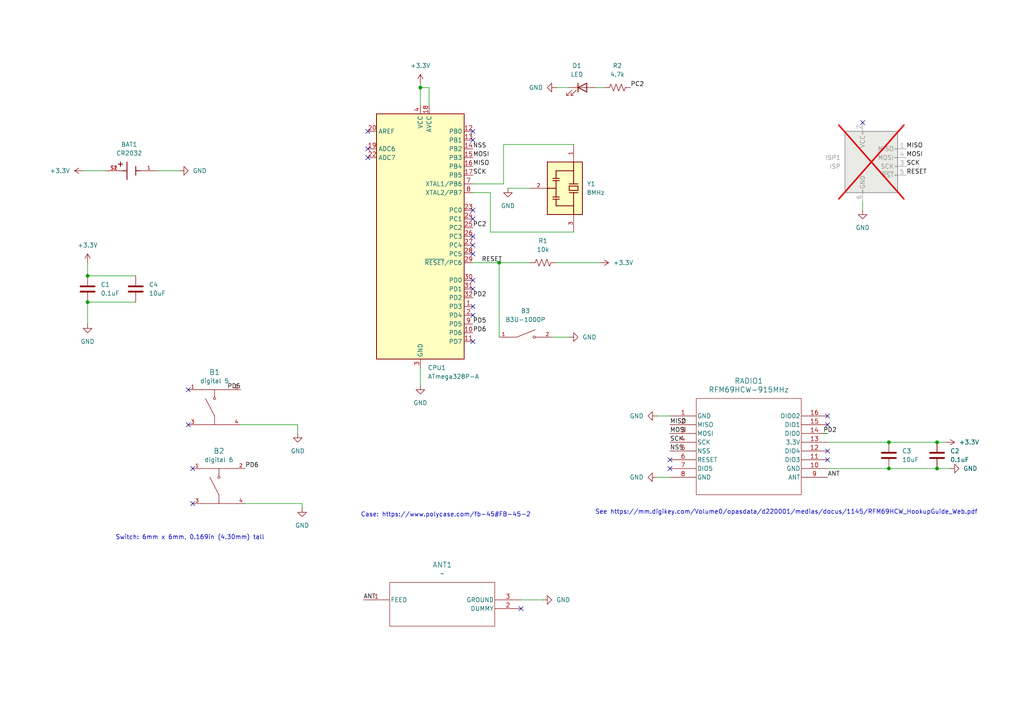
<source format=kicad_sch>
(kicad_sch (version 20250114) (generator "eeschema") (generator_version "9.0")
  (paper "A4")
  (title_block (title "Remote (LockProject 2025)") (date "2025-08-15") (rev "2"))
  (lib_symbols
    (symbol "ANTENNA_M620720:M620720" (pin_names (offset 0.254))
      (property "Reference" "C" (at 22.86 10.16 0))
      (property "Value" "M620720" (at 22.86 7.62 0))
      (symbol "M620720_0_1"
        (polyline (pts (xy 7.62 5.08) (xy 7.62 -7.62)) (stroke (width 0.127)))
        (polyline (pts (xy 7.62 -7.62) (xy 38.1 -7.62)) (stroke (width 0.127)))
        (polyline (pts (xy 38.1 5.08) (xy 7.62 5.08)) (stroke (width 0.127)))
        (polyline (pts (xy 38.1 -7.62) (xy 38.1 5.08)) (stroke (width 0.127)))
        (pin bidirectional line (at 0 0 0) (length 7.62) (name "FEED") (number "1"))
        (pin power_in line (at 45.72 0 180) (length 7.62) (name "GROUND") (number "3"))
        (pin unspecified line (at 45.72 -2.54 180) (length 7.62) (name "DUMMY") (number "2"))
      )
    )
    (symbol "BK-912:BK-912" (pin_names (offset 1.016))
      (property "Reference" "BT" (at -3.81 3.81 0))
      (property "Value" "BK-912" (at -3.81 -5.08 0))
      (symbol "BK-912_0_0"
        (polyline (pts (xy -3.81 1.905) (xy -2.54 1.905)) (stroke (width 0.254)))
        (polyline (pts (xy -3.175 2.54) (xy -3.175 1.27)) (stroke (width 0.254)))
        (polyline (pts (xy -1.27 2.54) (xy -1.27 -2.54)) (stroke (width 0.254)))
        (polyline (pts (xy -1.27 0) (xy -2.54 0)) (stroke (width 0.254)))
        (polyline (pts (xy 1.27 1.27) (xy 1.27 -1.27)) (stroke (width 0.254)))
        (polyline (pts (xy 1.27 0) (xy 2.54 0)) (stroke (width 0.254)))
        (pin power_out line (at -7.62 0 0) (length 5.08) (name "~") (number "S1"))
        (pin power_out line (at -7.62 0 0) (length 5.08) (name "~") (number "S2"))
        (pin power_out line (at 7.62 0 180) (length 5.08) (name "~") (number "1"))
      )
    )
    (symbol "BUTTON_B3U-1000P:B3U-1000P" (pin_names (offset 1.016))
      (property "Reference" "S" (at -2.54 2.54 0))
      (property "Value" "B3U-1000P" (at -2.54 -2.54 0))
      (symbol "B3U-1000P_0_0"
        (polyline (pts (xy -2.54 0) (xy -5.08 0)) (stroke (width 0.1524)))
        (polyline (pts (xy -2.54 0) (xy 2.794 2.1336)) (stroke (width 0.1524)))
        (circle (center 2.54 0) (radius 0.3302) (stroke (width 0.1524)))
        (polyline (pts (xy 5.08 0) (xy 2.921 0)) (stroke (width 0.1524)))
        (pin passive line (at -7.62 0 0) (length 2.54) (name "~") (number "1"))
        (pin passive line (at 7.62 0 180) (length 2.54) (name "~") (number "2"))
      )
    )
    (symbol "CSTNE8M00G550000R0:CSTNE8M00G550000R0" (pin_names (offset 1.016))
      (property "Reference" "Y" (at -7.62 6.35 0))
      (property "Value" "CSTNE8M00G550000R0" (at 1.27 -6.35 0))
      (symbol "CSTNE8M00G550000R0_0_0"
        (polyline (pts (xy -7.62 2.54) (xy -5.08 2.54)) (stroke (width 0.254)))
        (rectangle (start -7.62 -5.08) (end 7.62 5.08) (stroke (width 0.254)) (fill (type background)))
        (polyline (pts (xy -5.08 2.54) (xy -1.27 2.54)) (stroke (width 0.254)))
        (polyline (pts (xy -5.08 -2.54) (xy -5.08 2.54)) (stroke (width 0.254)))
        (polyline (pts (xy -2.8575 -1.5875) (xy -2.8575 -2.54)) (stroke (width 0.254)))
        (polyline (pts (xy -2.8575 -2.54) (xy -5.08 -2.54)) (stroke (width 0.254)))
        (polyline (pts (xy -2.8575 -2.54) (xy -2.8575 -3.4925)) (stroke (width 0.254)))
        (polyline (pts (xy -2.2225 -1.5875) (xy -2.2225 -2.54)) (stroke (width 0.254)))
        (polyline (pts (xy -2.2225 -2.54) (xy -2.2225 -3.4925)) (stroke (width 0.254)))
        (polyline (pts (xy -1.27 3.81) (xy -1.27 2.54)) (stroke (width 0.254)))
        (polyline (pts (xy -1.27 2.54) (xy -1.27 1.27)) (stroke (width 0.254)))
        (polyline (pts (xy -0.635 3.81) (xy 0.635 3.81)) (stroke (width 0.254)))
        (polyline (pts (xy -0.635 1.27) (xy -0.635 3.81)) (stroke (width 0.254)))
        (polyline (pts (xy 0 -2.54) (xy -2.2225 -2.54)) (stroke (width 0.254)))
        (polyline (pts (xy 0 -2.54) (xy 2.54 -2.54)) (stroke (width 0.254)))
        (polyline (pts (xy 0 -5.08) (xy 0 -2.54)) (stroke (width 0.254)))
        (polyline (pts (xy 0.635 3.81) (xy 0.635 1.27)) (stroke (width 0.254)))
        (polyline (pts (xy 0.635 1.27) (xy -0.635 1.27)) (stroke (width 0.254)))
        (polyline (pts (xy 1.27 3.81) (xy 1.27 2.54)) (stroke (width 0.254)))
        (polyline (pts (xy 1.27 2.54) (xy 1.27 1.27)) (stroke (width 0.254)))
        (polyline (pts (xy 1.27 2.54) (xy 5.08 2.54)) (stroke (width 0.254)))
        (polyline (pts (xy 2.54 -1.5875) (xy 2.54 -2.54)) (stroke (width 0.254)))
        (polyline (pts (xy 2.54 -2.54) (xy 2.54 -3.4925)) (stroke (width 0.254)))
        (polyline (pts (xy 3.175 -1.5875) (xy 3.175 -2.54)) (stroke (width 0.254)))
        (polyline (pts (xy 3.175 -2.54) (xy 3.175 -3.4925)) (stroke (width 0.254)))
        (polyline (pts (xy 3.175 -2.54) (xy 5.08 -2.54)) (stroke (width 0.254)))
        (polyline (pts (xy 5.08 2.54) (xy 7.62 2.54)) (stroke (width 0.254)))
        (polyline (pts (xy 5.08 -2.54) (xy 5.08 2.54)) (stroke (width 0.254)))
        (pin input line (at -12.7 2.54 0) (length 5.08) (name "~") (number "1"))
        (pin power_in line (at 0 -10.16 90) (length 5.08) (name "~") (number "2"))
        (pin output line (at 12.7 2.54 180) (length 5.08) (name "~") (number "3"))
      )
    )
    (symbol "Connector:AVR-ISP-6" (pin_names (offset 1.016))
      (property "Reference" "J" (at -6.35 11.43 0))
      (property "Value" "AVR-ISP-6" (at 0 11.43 0))
      (symbol "AVR-ISP-6_0_1"
        (rectangle (start -2.667 10.16) (end -2.413 9.398))
        (rectangle (start -2.667 -6.858) (end -2.413 -7.62))
        (rectangle (start 7.62 10.16) (end -7.62 -7.62) (stroke (width 0.254)) (fill (type background)))
        (rectangle (start 7.62 5.207) (end 6.858 4.953))
        (rectangle (start 7.62 2.667) (end 6.858 2.413))
        (rectangle (start 7.62 0.127) (end 6.858 -0.127))
        (rectangle (start 7.62 -2.413) (end 6.858 -2.667))
      )
      (symbol "AVR-ISP-6_1_1"
        (pin passive line (at -2.54 12.7 270) (length 2.54) (name "VCC") (number "2"))
        (pin passive line (at -2.54 -10.16 90) (length 2.54) (name "GND") (number "6"))
        (pin passive line (at 10.16 5.08 180) (length 2.54) (name "MISO") (number "1"))
        (pin passive line (at 10.16 2.54 180) (length 2.54) (name "MOSI") (number "4"))
        (pin passive line (at 10.16 0 180) (length 2.54) (name "SCK") (number "3"))
        (pin passive line (at 10.16 -2.54 180) (length 2.54) (name "~{RST}") (number "5"))
      )
    )
    (symbol "Device:C" (pin_numbers (hide yes)) (pin_names (offset 0.254))
      (property "Reference" "C" (at 0.635 2.54 0))
      (property "Value" "C" (at 0.635 -2.54 0))
      (symbol "C_0_1"
        (polyline (pts (xy -2.032 0.762) (xy 2.032 0.762)) (stroke (width 0.508)))
        (polyline (pts (xy -2.032 -0.762) (xy 2.032 -0.762)) (stroke (width 0.508)))
      )
      (symbol "C_1_1"
        (pin passive line (at 0 3.81 270) (length 2.794) (name "~") (number "1"))
        (pin passive line (at 0 -3.81 90) (length 2.794) (name "~") (number "2"))
      )
    )
    (symbol "Device:LED" (pin_numbers (hide yes)) (pin_names (offset 1.016) (hide yes))
      (property "Reference" "D" (at 0 2.54 0))
      (property "Value" "LED" (at 0 -2.54 0))
      (symbol "LED_0_1"
        (polyline (pts (xy -3.048 -0.762) (xy -4.572 -2.286) (xy -3.81 -2.286) (xy -4.572 -2.286) (xy -4.572 -1.524)))
        (polyline (pts (xy -1.778 -0.762) (xy -3.302 -2.286) (xy -2.54 -2.286) (xy -3.302 -2.286) (xy -3.302 -1.524)))
        (polyline (pts (xy -1.27 0) (xy 1.27 0)))
        (polyline (pts (xy -1.27 -1.27) (xy -1.27 1.27)) (stroke (width 0.254)))
        (polyline (pts (xy 1.27 -1.27) (xy 1.27 1.27) (xy -1.27 0) (xy 1.27 -1.27)) (stroke (width 0.254)))
      )
      (symbol "LED_1_1"
        (pin passive line (at -3.81 0 0) (length 2.54) (name "K") (number "1"))
        (pin passive line (at 3.81 0 180) (length 2.54) (name "A") (number "2"))
      )
    )
    (symbol "Device:R_US" (pin_numbers (hide yes)) (pin_names (offset 0))
      (property "Reference" "R" (at 2.54 0 90))
      (property "Value" "R_US" (at -2.54 0 90))
      (symbol "R_US_0_1"
        (polyline (pts (xy 0 2.286) (xy 0 2.54)))
        (polyline (pts (xy 0 2.286) (xy 1.016 1.905) (xy 0 1.524) (xy -1.016 1.143) (xy 0 0.762)))
        (polyline (pts (xy 0 0.762) (xy 1.016 0.381) (xy 0 0) (xy -1.016 -0.381) (xy 0 -0.762)))
        (polyline (pts (xy 0 -0.762) (xy 1.016 -1.143) (xy 0 -1.524) (xy -1.016 -1.905) (xy 0 -2.286)))
        (polyline (pts (xy 0 -2.286) (xy 0 -2.54)))
      )
      (symbol "R_US_1_1"
        (pin passive line (at 0 3.81 270) (length 1.27) (name "~") (number "1"))
        (pin passive line (at 0 -3.81 90) (length 1.27) (name "~") (number "2"))
      )
    )
    (symbol "MCU_Microchip_ATmega:ATmega328P-A"
      (property "Reference" "U" (at -12.7 36.83 0))
      (property "Value" "ATmega328P-A" (at 2.54 -36.83 0))
      (symbol "ATmega328P-A_0_1"
        (rectangle (start -12.7 -35.56) (end 12.7 35.56) (stroke (width 0.254)) (fill (type background)))
      )
      (symbol "ATmega328P-A_1_1"
        (pin passive line (at -15.24 30.48 0) (length 2.54) (name "AREF") (number "20"))
        (pin input line (at -15.24 25.4 0) (length 2.54) (name "ADC6") (number "19"))
        (pin input line (at -15.24 22.86 0) (length 2.54) (name "ADC7") (number "22"))
        (pin power_in line (at 0 38.1 270) (length 2.54) (name "VCC") (number "4"))
        (pin passive line (at 0 38.1 270) (length 2.54) (hide yes) (name "VCC") (number "6"))
        (pin passive line (at 0 -38.1 90) (length 2.54) (hide yes) (name "GND") (number "21"))
        (pin power_in line (at 0 -38.1 90) (length 2.54) (name "GND") (number "3"))
        (pin passive line (at 0 -38.1 90) (length 2.54) (hide yes) (name "GND") (number "5"))
        (pin power_in line (at 2.54 38.1 270) (length 2.54) (name "AVCC") (number "18"))
        (pin bidirectional line (at 15.24 30.48 180) (length 2.54) (name "PB0") (number "12"))
        (pin bidirectional line (at 15.24 27.94 180) (length 2.54) (name "PB1") (number "13"))
        (pin bidirectional line (at 15.24 25.4 180) (length 2.54) (name "PB2") (number "14"))
        (pin bidirectional line (at 15.24 22.86 180) (length 2.54) (name "PB3") (number "15"))
        (pin bidirectional line (at 15.24 20.32 180) (length 2.54) (name "PB4") (number "16"))
        (pin bidirectional line (at 15.24 17.78 180) (length 2.54) (name "PB5") (number "17"))
        (pin bidirectional line (at 15.24 15.24 180) (length 2.54) (name "XTAL1/PB6") (number "7"))
        (pin bidirectional line (at 15.24 12.7 180) (length 2.54) (name "XTAL2/PB7") (number "8"))
        (pin bidirectional line (at 15.24 7.62 180) (length 2.54) (name "PC0") (number "23"))
        (pin bidirectional line (at 15.24 5.08 180) (length 2.54) (name "PC1") (number "24"))
        (pin bidirectional line (at 15.24 2.54 180) (length 2.54) (name "PC2") (number "25"))
        (pin bidirectional line (at 15.24 0 180) (length 2.54) (name "PC3") (number "26"))
        (pin bidirectional line (at 15.24 -2.54 180) (length 2.54) (name "PC4") (number "27"))
        (pin bidirectional line (at 15.24 -5.08 180) (length 2.54) (name "PC5") (number "28"))
        (pin bidirectional line (at 15.24 -7.62 180) (length 2.54) (name "~{RESET}/PC6") (number "29"))
        (pin bidirectional line (at 15.24 -12.7 180) (length 2.54) (name "PD0") (number "30"))
        (pin bidirectional line (at 15.24 -15.24 180) (length 2.54) (name "PD1") (number "31"))
        (pin bidirectional line (at 15.24 -17.78 180) (length 2.54) (name "PD2") (number "32"))
        (pin bidirectional line (at 15.24 -20.32 180) (length 2.54) (name "PD3") (number "1"))
        (pin bidirectional line (at 15.24 -22.86 180) (length 2.54) (name "PD4") (number "2"))
        (pin bidirectional line (at 15.24 -25.4 180) (length 2.54) (name "PD5") (number "9"))
        (pin bidirectional line (at 15.24 -27.94 180) (length 2.54) (name "PD6") (number "10"))
        (pin bidirectional line (at 15.24 -30.48 180) (length 2.54) (name "PD7") (number "11"))
      )
    )
    (symbol "PTS645SK43SMTR92LFS:PTS645SK43SMTR92LFS" (pin_names (offset 1.016))
      (property "Reference" "S" (at -5.08 7.62 0))
      (property "Value" "PTS645SK43SMTR92LFS" (at -5.08 -7.62 0))
      (symbol "PTS645SK43SMTR92LFS_0_0"
        (polyline (pts (xy -5.08 5.08) (xy 5.08 5.08)) (stroke (width 0.1524)))
        (polyline (pts (xy -5.08 -5.08) (xy 5.08 -5.08)) (stroke (width 0.1524)))
        (polyline (pts (xy 0 5.08) (xy 0 2.921)) (stroke (width 0.1524)))
        (circle (center 0 2.54) (radius 0.3302) (stroke (width 0.1524)))
        (polyline (pts (xy 0 -2.54) (xy -2.6416 2.54)) (stroke (width 0.1524)))
        (polyline (pts (xy 0 -2.54) (xy 0 -5.08)) (stroke (width 0.1524)))
        (pin passive line (at -7.62 5.08 0) (length 2.54) (name "~") (number "1"))
        (pin passive line (at -7.62 -5.08 0) (length 2.54) (name "~") (number "3"))
        (pin passive line (at 7.62 5.08 180) (length 2.54) (name "~") (number "2"))
        (pin passive line (at 7.62 -5.08 180) (length 2.54) (name "~") (number "4"))
      )
    )
    (symbol "RFMHCW_SPK:RFM69HCW" (pin_names (offset 0.254))
      (property "Reference" "RFM69HCW" (at 22.86 10.16 0))
      (property "Value" "1568-13909-ND" (at 22.86 7.62 0))
      (symbol "RFM69HCW_0_1"
        (polyline (pts (xy 7.62 5.08) (xy 7.62 -22.86)) (stroke (width 0.127)))
        (polyline (pts (xy 7.62 -22.86) (xy 38.1 -22.86)) (stroke (width 0.127)))
        (polyline (pts (xy 38.1 5.08) (xy 7.62 5.08)) (stroke (width 0.127)))
        (polyline (pts (xy 38.1 -22.86) (xy 38.1 5.08)) (stroke (width 0.127)))
        (pin power_in line (at 0 0 0) (length 7.62) (name "GND") (number "1"))
        (pin input line (at 0 -2.54 0) (length 7.62) (name "MISO") (number "2"))
        (pin output line (at 0 -5.08 0) (length 7.62) (name "MOSI") (number "3"))
        (pin input line (at 0 -7.62 0) (length 7.62) (name "SCK") (number "4"))
        (pin input line (at 0 -10.16 0) (length 7.62) (name "NSS") (number "5"))
        (pin bidirectional line (at 0 -12.7 0) (length 7.62) (name "RESET") (number "6"))
        (pin bidirectional line (at 0 -15.24 0) (length 7.62) (name "DIO5") (number "7"))
        (pin power_in line (at 0 -17.78 0) (length 7.62) (name "GND") (number "8"))
        (pin bidirectional line (at 45.72 0 180) (length 7.62) (name "DIO02") (number "16"))
        (pin bidirectional line (at 45.72 -2.54 180) (length 7.62) (name "DIO1") (number "15"))
        (pin bidirectional line (at 45.72 -5.08 180) (length 7.62) (name "DIO0") (number "14"))
        (pin power_in line (at 45.72 -7.62 180) (length 7.62) (name "3.3V") (number "13"))
        (pin bidirectional line (at 45.72 -10.16 180) (length 7.62) (name "DIO4") (number "12"))
        (pin bidirectional line (at 45.72 -12.7 180) (length 7.62) (name "DIO3") (number "11"))
        (pin power_in line (at 45.72 -15.24 180) (length 7.62) (name "GND") (number "10"))
        (pin bidirectional line (at 45.72 -17.78 180) (length 7.62) (name "ANT") (number "9"))
      )
    )
    (symbol "power:+3.3V" (power) (pin_numbers (hide yes)) (pin_names (offset 0) (hide yes))
      (property "Value" "+3.3V" (at 0 3.556 0))
      (symbol "+3.3V_0_1"
        (polyline (pts (xy -0.762 1.27) (xy 0 2.54)))
        (polyline (pts (xy 0 2.54) (xy 0.762 1.27)))
        (polyline (pts (xy 0 0) (xy 0 2.54)))
      )
      (symbol "+3.3V_1_1"
        (pin power_in line (at 0 0 90) (length 0) (name "~") (number "1"))
      )
    )
    (symbol "power:GND" (power) (pin_numbers (hide yes)) (pin_names (offset 0) (hide yes))
      (property "Value" "GND" (at 0 -3.81 0))
      (symbol "GND_0_1"
        (polyline (pts (xy 0 0) (xy 0 -1.27) (xy 1.27 -1.27) (xy 0 -2.54) (xy -1.27 -1.27) (xy 0 -1.27)))
      )
      (symbol "GND_1_1"
        (pin power_in line (at 0 0 270) (length 0) (name "~") (number "1"))
      )
    )
  )
  (text "Switch: 6mm x 6mm, 0.169in (4.30mm) tall" (at 55.118 155.956 0) (effects (font (size 1.27 1.27))))
  (text "See https://mm.digikey.com/Volume0/opasdata/d220001/medias/docus/1145/RFM69HCW_HookupGuide_Web.pdf" (at 228.092 148.59 0) (effects (font (size 1.27 1.27))))
  (text "Case: https://www.polycase.com/fb-45#FB-45-2" (at 129.286 149.352 0) (effects (font (size 1.27 1.27))))
  (junction (at 257.81 135.89))
  (junction (at 25.4 87.63))
  (junction (at 271.78 128.27))
  (junction (at 144.78 76.2))
  (junction (at 271.78 135.89))
  (junction (at 121.92 25.4))
  (junction (at 25.4 80.01))
  (junction (at 257.81 128.27))
  (no_connect (at 137.16 88.9))
  (no_connect (at 54.61 113.03))
  (no_connect (at 106.68 43.18))
  (no_connect (at 137.16 91.44))
  (no_connect (at 250.19 35.56))
  (no_connect (at 137.16 81.28))
  (no_connect (at 240.03 120.65))
  (no_connect (at 240.03 123.19))
  (no_connect (at 137.16 60.96))
  (no_connect (at 55.88 146.05))
  (no_connect (at 194.31 133.35))
  (no_connect (at 137.16 68.58))
  (no_connect (at 137.16 99.06))
  (no_connect (at 137.16 83.82))
  (no_connect (at 240.03 133.35))
  (no_connect (at 137.16 63.5))
  (no_connect (at 137.16 38.1))
  (no_connect (at 151.13 176.53))
  (no_connect (at 54.61 123.19))
  (no_connect (at 137.16 73.66))
  (no_connect (at 55.88 135.89))
  (no_connect (at 137.16 40.64))
  (no_connect (at 106.68 38.1))
  (no_connect (at 137.16 71.12))
  (no_connect (at 106.68 45.72))
  (no_connect (at 240.03 130.81))
  (no_connect (at 194.31 135.89))
  (wire (pts (xy 69.85 123.19) (xy 86.36 123.19)))
  (wire (pts (xy 24.13 49.53) (xy 30.48 49.53)))
  (wire (pts (xy 161.29 76.2) (xy 173.99 76.2)))
  (wire (pts (xy 146.05 53.34) (xy 146.05 41.91)))
  (wire (pts (xy 190.5 120.65) (xy 194.31 120.65)))
  (wire (pts (xy 39.37 80.01) (xy 25.4 80.01)))
  (wire (pts (xy 144.78 76.2) (xy 144.78 97.79)))
  (wire (pts (xy 71.12 146.05) (xy 87.63 146.05)))
  (wire (pts (xy 240.03 135.89) (xy 257.81 135.89)))
  (wire (pts (xy 121.92 25.4) (xy 121.92 30.48)))
  (wire (pts (xy 25.4 76.2) (xy 25.4 80.01)))
  (wire (pts (xy 39.37 87.63) (xy 25.4 87.63)))
  (wire (pts (xy 142.24 67.31) (xy 166.37 67.31)))
  (wire (pts (xy 121.92 24.13) (xy 121.92 25.4)))
  (wire (pts (xy 240.03 128.27) (xy 257.81 128.27)))
  (wire (pts (xy 121.92 25.4) (xy 124.46 25.4)))
  (wire (pts (xy 25.4 87.63) (xy 25.4 93.98)))
  (wire (pts (xy 257.81 135.89) (xy 271.78 135.89)))
  (wire (pts (xy 271.78 135.89) (xy 275.59 135.89)))
  (wire (pts (xy 160.02 97.79) (xy 165.1 97.79)))
  (wire (pts (xy 172.72 25.4) (xy 175.26 25.4)))
  (wire (pts (xy 124.46 30.48) (xy 124.46 25.4)))
  (wire (pts (xy 144.78 76.2) (xy 153.67 76.2)))
  (wire (pts (xy 190.5 138.43) (xy 194.31 138.43)))
  (wire (pts (xy 161.29 25.4) (xy 165.1 25.4)))
  (wire (pts (xy 137.16 55.88) (xy 142.24 55.88)))
  (wire (pts (xy 137.16 53.34) (xy 146.05 53.34)))
  (wire (pts (xy 121.92 106.68) (xy 121.92 111.76)))
  (wire (pts (xy 45.72 49.53) (xy 52.07 49.53)))
  (wire (pts (xy 151.13 173.99) (xy 157.48 173.99)))
  (wire (pts (xy 87.63 146.05) (xy 87.63 147.32)))
  (wire (pts (xy 271.78 128.27) (xy 274.32 128.27)))
  (wire (pts (xy 146.05 41.91) (xy 166.37 41.91)))
  (wire (pts (xy 238.76 125.73) (xy 240.03 125.73)))
  (wire (pts (xy 142.24 55.88) (xy 142.24 67.31)))
  (wire (pts (xy 257.81 128.27) (xy 271.78 128.27)))
  (wire (pts (xy 147.32 54.61) (xy 153.67 54.61)))
  (wire (pts (xy 137.16 76.2) (xy 144.78 76.2)))
  (wire (pts (xy 86.36 123.19) (xy 86.36 125.73)))
  (wire (pts (xy 250.19 58.42) (xy 250.19 60.96)))
  (label "PD2" (at 137.16 86.36 0))
  (label "PC2" (at 182.88 25.4 0))
  (label "PD2" (at 238.76 125.73 0))
  (label "PD5" (at 137.16 93.98 0))
  (label "ANT" (at 105.41 173.99 0))
  (label "PD5" (at 69.85 113.03 180))
  (label "MISO" (at 262.89 43.18 0))
  (label "SCK" (at 194.31 128.27 0))
  (label "MOSI" (at 262.89 45.72 0))
  (label "NSS" (at 137.16 43.18 0))
  (label "MOSI" (at 137.16 45.72 0))
  (label "PD6" (at 71.12 135.89 0))
  (label "NSS" (at 194.31 130.81 0))
  (label "MISO" (at 194.31 123.19 0))
  (label "SCK" (at 137.16 50.8 0))
  (label "PC2" (at 137.16 66.04 0))
  (label "ANT" (at 240.03 138.43 0))
  (label "RESET" (at 139.7 76.2 0))
  (label "RESET" (at 262.89 50.8 0))
  (label "MISO" (at 137.16 48.26 0))
  (label "PD6" (at 137.16 96.52 0))
  (label "SCK" (at 262.89 48.26 0))
  (label "MOSI" (at 194.31 125.73 0))
  (symbol (lib_id "power:+3.3V") (at 173.99 76.2 270) (unit 1)
    (property "Reference" "#PWR08" (effects (hide yes)))
    (property "Value" "+3.3V" (at 177.8 76.1999 90) (effects (justify left)))
    (property "Description" "Power symbol creates a global label with name \"+3.3V\"" (effects (hide yes)))
  )
  (symbol (lib_id "power:GND") (at 161.29 25.4 270) (unit 1)
    (property "Reference" "#PWR013" (effects (hide yes)))
    (property "Value" "GND" (at 157.48 25.3999 90) (effects (justify right)))
    (property "Description" "Power symbol creates a global label with name \"GND\" , ground" (effects (hide yes)))
  )
  (symbol (lib_id "power:GND") (at 190.5 120.65 270) (unit 1)
    (property "Reference" "#PWR010" (effects (hide yes)))
    (property "Value" "GND" (at 186.69 120.6499 90) (effects (justify right)))
    (property "Description" "Power symbol creates a global label with name \"GND\" , ground" (effects (hide yes)))
  )
  (symbol (lib_id "Device:C") (at 257.81 132.08 0) (unit 1)
    (property "Reference" "C3" (at 261.62 130.8099 0) (effects (justify left)))
    (property "Value" "10uF" (at 261.62 133.3499 0) (effects (justify left)))
    (property "Footprint" "Capacitor_SMD:C_0805_2012Metric" (effects (hide yes)))
    (property "Description" "Unpolarized capacitor" (effects (hide yes)))
    (property "PACKAGE" "0805" (effects (hide yes)))
  )
  (symbol (lib_id "RFMHCW_SPK:RFM69HCW") (at 194.31 120.65 0) (unit 1)
    (property "Reference" "RADIO1" (at 217.17 110.49 0) (effects (font (size 1.524 1.524))))
    (property "Value" "RFM69HCW-915MHz" (at 217.17 113.03 0) (effects (font (size 1.524 1.524))))
    (property "Footprint" "lock_project:RFM69HCW_SPK" (effects (hide yes)))
    (property "Datasheet" "https://cdn.sparkfun.com/datasheets/Wireless/General/RFM69HCW-V1.1.pdf" (effects (hide yes)))
    (property "Description" "General ISM < 1GHz Transceiver Module 915MHz Surface Mount" (effects (hide yes)))
    (property "DigiKey part #" "1568-13909-ND" (effects (hide yes)))
    (property "MF" "Hoperf" (effects (hide yes)))
    (property "MP" "RFM69HCW" (effects (hide yes)))
  )
  (symbol (lib_id "Device:C") (at 271.78 132.08 0) (unit 1)
    (property "Reference" "C2" (at 275.59 130.8099 0) (effects (justify left)))
    (property "Value" "0.1uF" (at 275.59 133.3499 0) (effects (justify left)))
    (property "Footprint" "Capacitor_SMD:C_0805_2012Metric" (effects (hide yes)))
    (property "Description" "Unpolarized capacitor" (effects (hide yes)))
    (property "PACKAGE" "0603" (effects (hide yes)))
  )
  (symbol (lib_id "Device:C") (at 39.37 83.82 0) (unit 1)
    (property "Reference" "C4" (at 43.18 82.5499 0) (effects (justify left)))
    (property "Value" "10uF" (at 43.18 85.0899 0) (effects (justify left)))
    (property "Footprint" "Capacitor_SMD:C_0805_2012Metric" (effects (hide yes)))
    (property "Description" "Unpolarized capacitor" (effects (hide yes)))
    (property "PACKAGE" "0805" (effects (hide yes)))
  )
  (symbol (lib_id "power:+3.3V") (at 121.92 24.13 0) (unit 1)
    (property "Reference" "#PWR06" (effects (hide yes)))
    (property "Value" "+3.3V" (at 121.92 19.05 0))
    (property "Description" "Power symbol creates a global label with name \"+3.3V\"" (effects (hide yes)))
  )
  (symbol (lib_id "Device:R_US") (at 157.48 76.2 270) (unit 1)
    (property "Reference" "R1" (at 157.48 69.85 90))
    (property "Value" "10k" (at 157.48 72.39 90))
    (property "Footprint" "Resistor_SMD:R_0603_1608Metric" (effects (hide yes)))
    (property "Description" "Resistor, US symbol" (effects (hide yes)))
    (property "PACKAGE" "0603" (effects (hide yes)))
  )
  (symbol (lib_id "Device:LED") (at 168.91 25.4 0) (unit 1)
    (property "Reference" "D1" (at 167.3225 19.05 0))
    (property "Value" "LED" (at 167.3225 21.59 0))
    (property "Footprint" "LED_SMD:LED_0603_1608Metric" (effects (hide yes)))
    (property "Description" "Light emitting diode" (effects (hide yes)))
    (property "Sim.Pins" "1=K 2=A" (effects (hide yes)))
  )
  (symbol (lib_id "power:+3.3V") (at 274.32 128.27 270) (unit 1)
    (property "Reference" "#PWR012" (effects (hide yes)))
    (property "Value" "+3.3V" (at 278.13 128.2699 90) (effects (justify left)))
    (property "Description" "Power symbol creates a global label with name \"+3.3V\"" (effects (hide yes)))
  )
  (symbol (lib_id "power:+3.3V") (at 24.13 49.53 90) (unit 1)
    (property "Reference" "#PWR02" (effects (hide yes)))
    (property "Value" "+3.3V" (at 20.32 49.5299 90) (effects (justify left)))
    (property "Description" "Power symbol creates a global label with name \"+3.3V\"" (effects (hide yes)))
  )
  (symbol (lib_id "power:GND") (at 86.36 125.73 0) (unit 1)
    (property "Reference" "#PWR015" (effects (hide yes)))
    (property "Value" "GND" (at 86.36 130.81 0))
    (property "Description" "Power symbol creates a global label with name \"GND\" , ground" (effects (hide yes)))
  )
  (symbol (lib_id "BUTTON_B3U-1000P:B3U-1000P") (at 152.4 97.79 0) (unit 1)
    (property "Reference" "B3" (at 152.4 90.17 0))
    (property "Value" "B3U-1000P" (at 152.4 92.71 0))
    (property "Footprint" "lock_project:BUTTON_SW_B3U-1000P" (effects (hide yes)))
    (property "Datasheet" "https://omronfs.omron.com/en_US/ecb/products/pdf/en-b3u.pdf" (effects (hide yes)))
    (property "Description" "Tactile Switch SPST-NO Top Actuated Surface Mount" (effects (hide yes)))
    (property "MF" "Omron" (effects (hide yes)))
    (property "PRICE" "None" (effects (hide yes)))
    (property "MP" "B3U-1000P" (effects (hide yes)))
    (property "DigiKey part #" "SW1020TR-ND" (effects (hide yes)))
  )
  (symbol (lib_id "PTS645SK43SMTR92LFS:PTS645SK43SMTR92LFS") (at 63.5 140.97 0) (unit 1)
    (property "Reference" "B2" (at 63.5 130.81 0) (effects (font (size 1.524 1.524))))
    (property "Value" "digital 6" (at 63.5 133.35 0))
    (property "Footprint" "lock_project:SW_PTS645SK43SMTR92LFS" (effects (hide yes)))
    (property "Datasheet" "https://www.ckswitches.com/media/1471/pts645.pdf" (effects (hide yes)))
    (property "Description" "SWITCH TACTILE SPST-NO 0.05A 12V" (effects (hide yes)))
    (property "MF" "CnK" (effects (hide yes)))
    (property "DigiKey part #" "SW400-ND" (effects (hide yes)))
    (property "MAXIMUM_PACKAGE_HEIGHT" "4.4 mm" (effects (hide yes)))
    (property "PARTREV" "14 Apr 22" (effects (hide yes)))
    (property "STANDARD" "Manufacturer Recommendations" (effects (hide yes)))
    (property "MP" "PTS645SK43SMTR92 LFS" (effects (hide yes)))
    (property "MANUFACTURER" "CnK" (effects (hide yes)))
  )
  (symbol (lib_id "ANTENNA_M620720:M620720") (at 105.41 173.99 0) (unit 1)
    (property "Reference" "ANT1" (at 128.27 163.83 0) (effects (font (size 1.524 1.524))))
    (property "Value" "~" (at 128.27 166.37 0) (effects (font (size 1.524 1.524))))
    (property "Footprint" "lock_project:ANTENNA_M620720_KYO" (effects (hide yes)))
    (property "Datasheet" "M620720" (effects (hide yes)))
    (property "Description" "Antenna" (effects (hide yes)))
    (property "DigiKey part #" "478-M620720TR-ND" (effects (hide yes)))
    (property "MP" "M620720" (effects (hide yes)))
    (property "MF" "KYOCERA AVX" (effects (hide yes)))
  )
  (symbol (lib_id "power:GND") (at 87.63 147.32 0) (unit 1)
    (property "Reference" "#PWR016" (effects (hide yes)))
    (property "Value" "GND" (at 87.63 152.4 0))
    (property "Description" "Power symbol creates a global label with name \"GND\" , ground" (effects (hide yes)))
  )
  (symbol (lib_id "CSTNE8M00G550000R0:CSTNE8M00G550000R0") (at 163.83 54.61 270) (unit 1)
    (property "Reference" "Y1" (at 170.18 53.3399 90) (effects (justify left)))
    (property "Value" "8MHz" (at 170.18 55.8799 90) (effects (justify left)))
    (property "Footprint" "lock_project:CSTNE8M00G550000R0" (effects (hide yes)))
    (property "Datasheet" "https://www.murata.com/en/products/productdata/8801161740318/SPEC-CSTNE8M00G550000R0.pdf" (effects (hide yes)))
    (property "Description" "Three pin ceramic resonator, 8MHz" (effects (hide yes)))
    (property "MF" "Murata Electronics" (effects (hide yes)))
    (property "Description_1" "8 MHz Ceramic Resonator Built in Capacitor 33 pF ±0.2% 40 Ohms -40°C ~ 85°C Surface Mount" (effects (hide yes)))
    (property "Package" "SMD-3 Murata" (effects (hide yes)))
    (property "Price" "None" (effects (hide yes)))
    (property "MP" "CSTNE8M00G550000R0" (effects (hide yes)))
    (property "Availability" "In Stock" (effects (hide yes)))
    (property "Purchase-URL" "https://pricing.snapeda.com/search/part/CSTNE8M00G550000R0/?ref=eda" (effects (hide yes)))
  )
  (symbol (lib_id "power:GND") (at 147.32 54.61 0) (unit 1)
    (property "Reference" "#PWR01" (effects (hide yes)))
    (property "Value" "GND" (at 147.32 59.69 0))
    (property "Description" "Power symbol creates a global label with name \"GND\" , ground" (effects (hide yes)))
  )
  (symbol (lib_id "power:GND") (at 275.59 135.89 90) (unit 1)
    (property "Reference" "#PWR011" (effects (hide yes)))
    (property "Value" "GND" (at 279.4 135.8899 90) (effects (justify right)))
    (property "Description" "Power symbol creates a global label with name \"GND\" , ground" (effects (hide yes)))
  )
  (symbol (lib_id "power:GND") (at 52.07 49.53 90) (unit 1)
    (property "Reference" "#PWR03" (effects (hide yes)))
    (property "Value" "GND" (at 55.88 49.5299 90) (effects (justify right)))
    (property "Description" "Power symbol creates a global label with name \"GND\" , ground" (effects (hide yes)))
  )
  (symbol (lib_id "Device:R_US") (at 179.07 25.4 90) (unit 1)
    (property "Reference" "R2" (at 179.07 19.05 90))
    (property "Value" "4.7k" (at 179.07 21.59 90))
    (property "Footprint" "Resistor_SMD:R_0603_1608Metric" (effects (hide yes)))
    (property "Description" "Resistor, US symbol" (effects (hide yes)))
  )
  (symbol (lib_id "power:GND") (at 165.1 97.79 90) (unit 1)
    (property "Reference" "#PWR09" (effects (hide yes)))
    (property "Value" "GND" (at 168.91 97.7899 90) (effects (justify right)))
    (property "Description" "Power symbol creates a global label with name \"GND\" , ground" (effects (hide yes)))
  )
  (symbol (lib_id "power:GND") (at 250.19 60.96 0) (unit 1)
    (property "Reference" "#PWR014" (effects (hide yes)))
    (property "Value" "GND" (at 250.19 66.04 0))
    (property "Description" "Power symbol creates a global label with name \"GND\" , ground" (effects (hide yes)))
  )
  (symbol (lib_id "Device:C") (at 25.4 83.82 0) (unit 1)
    (property "Reference" "C1" (at 29.21 82.5499 0) (effects (justify left)))
    (property "Value" "0.1uF" (at 29.21 85.0899 0) (effects (justify left)))
    (property "Footprint" "Capacitor_SMD:C_0805_2012Metric" (effects (hide yes)))
    (property "Description" "Unpolarized capacitor" (effects (hide yes)))
    (property "PACKAGE" "0603" (effects (hide yes)))
  )
  (symbol (lib_id "power:GND") (at 25.4 93.98 0) (unit 1)
    (property "Reference" "#PWR05" (effects (hide yes)))
    (property "Value" "GND" (at 25.4 99.06 0))
    (property "Description" "Power symbol creates a global label with name \"GND\" , ground" (effects (hide yes)))
  )
  (symbol (lib_id "MCU_Microchip_ATmega:ATmega328P-A") (at 121.92 68.58 0) (unit 1)
    (property "Reference" "CPU1" (at 124.0633 106.68 0) (effects (justify left)))
    (property "Value" "ATmega328P-A" (at 124.0633 109.22 0) (effects (justify left)))
    (property "Footprint" "Package_QFP:TQFP-32_7x7mm_P0.8mm" (effects (hide yes)))
    (property "Datasheet" "http://ww1.microchip.com/downloads/en/DeviceDoc/ATmega328_P%20AVR%20MCU%20with%20picoPower%20Technology%20Data%20Sheet%2040001984A.pdf" (effects (hide yes)))
    (property "Description" "20MHz, 32kB Flash, 2kB SRAM, 1kB EEPROM, TQFP-32" (effects (hide yes)))
    (property "DigiKey part #" "ATMEGA328P-AURTR-ND" (effects (hide yes)))
    (property "MF" "Microchip" (effects (hide yes)))
    (property "MP" "ATMEGA328P-AUR" (effects (hide yes)))
  )
  (symbol (lib_id "power:GND") (at 157.48 173.99 90) (unit 1)
    (property "Reference" "#PWR017" (effects (hide yes)))
    (property "Value" "GND" (at 161.29 173.9899 90) (effects (justify right)))
    (property "Description" "Power symbol creates a global label with name \"GND\" , ground" (effects (hide yes)))
  )
  (symbol (lib_id "BK-912:BK-912") (at 38.1 49.53 0) (unit 1)
    (property "Reference" "BAT1" (at 37.465 41.91 0))
    (property "Value" "CR2032" (at 37.465 44.45 0))
    (property "Footprint" "lock_project:BAT_BK-912" (effects (hide yes)))
    (property "Description" "Single-cell battery" (effects (hide yes)))
    (property "DigiKey part #" "BK-912-ND" (effects (hide yes)))
    (property "MAXIMUM_PACKAGE_HEIGHT" "4.32mm" (effects (hide yes)))
    (property "STANDARD" "Manufacturer recommendations" (effects (hide yes)))
    (property "MP" "BK-912-ND" (effects (hide yes)))
    (property "MF" "MPD (Memory Protection Devices)" (effects (hide yes)))
    (property "MANUFACTURER" "MPD" (effects (hide yes)))
  )
  (symbol (lib_id "power:GND") (at 121.92 111.76 0) (unit 1)
    (property "Reference" "#PWR07" (effects (hide yes)))
    (property "Value" "GND" (at 121.92 116.84 0))
    (property "Description" "Power symbol creates a global label with name \"GND\" , ground" (effects (hide yes)))
  )
  (symbol (lib_id "power:+3.3V") (at 25.4 76.2 0) (unit 1)
    (property "Reference" "#PWR04" (effects (hide yes)))
    (property "Value" "+3.3V" (at 25.4 71.12 0))
    (property "Description" "Power symbol creates a global label with name \"+3.3V\"" (effects (hide yes)))
  )
  (symbol (lib_id "PTS645SK43SMTR92LFS:PTS645SK43SMTR92LFS") (at 62.23 118.11 0) (unit 1)
    (property "Reference" "B1" (at 62.23 107.95 0) (effects (font (size 1.524 1.524))))
    (property "Value" "digital 5" (at 62.23 110.49 0))
    (property "Footprint" "lock_project:SW_PTS645SK43SMTR92LFS" (effects (hide yes)))
    (property "Datasheet" "https://www.ckswitches.com/media/1471/pts645.pdf" (effects (hide yes)))
    (property "Description" "SWITCH TACTILE SPST-NO 0.05A 12V" (effects (hide yes)))
    (property "MF" "CnK" (effects (hide yes)))
    (property "DigiKey part #" "SW400-ND" (effects (hide yes)))
    (property "MAXIMUM_PACKAGE_HEIGHT" "4.4 mm" (effects (hide yes)))
    (property "PARTREV" "14 Apr 22" (effects (hide yes)))
    (property "STANDARD" "Manufacturer Recommendations" (effects (hide yes)))
    (property "MP" "PTS645SK43SMTR92 LFS" (effects (hide yes)))
    (property "MANUFACTURER" "CnK" (effects (hide yes)))
  )
  (symbol (lib_id "Connector:AVR-ISP-6") (at 252.73 48.26 0) (unit 1) (in_bom no) (dnp yes)
    (property "Reference" "ISP1" (at 243.84 45.7199 0) (effects (justify right)))
    (property "Value" "ISP" (at 243.84 48.2599 0) (effects (justify right)))
    (property "Footprint" "Connector_PinSocket_2.54mm:PinSocket_2x03_P2.54mm_Vertical" (effects (hide yes)))
    (property "Description" "Atmel 6-pin ISP connector" (effects (hide yes)))
  )
  (symbol (lib_id "power:GND") (at 190.5 138.43 270) (unit 1)
    (property "Reference" "#PWR018" (effects (hide yes)))
    (property "Value" "GND" (at 186.69 138.4299 90) (effects (justify right)))
    (property "Description" "Power symbol creates a global label with name \"GND\" , ground" (effects (hide yes)))
  )
)
</source>
